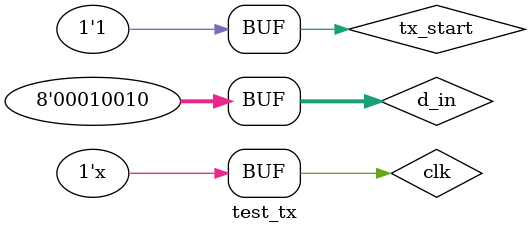
<source format=v>
`timescale 1ns / 1ps


module test_tx;

	// Inputs
	reg clk;
	reg [7:0] d_in;
	reg tx_start;

	// Outputs
	wire tx_done;
	wire tx;

	// Instantiate the Unit Under Test (UUT)
	Tx uut (
		.clk(clk), 
		.d_in(d_in), 
		.tx_start(tx_start), 
		.tx_done(tx_done), 
		.tx(tx)
	);

	always #10
	clk = ~clk;
	
	initial begin
		// Initialize Inputs
		clk = 0;
		d_in = 11110000;
		tx_start = 1;

		// Wait 100 ns for global reset to finish
		#200;
        
		// Add stimulus here
		d_in = 01010101;
		tx_start = 1;

		#200;
        
		// Add stimulus here
		d_in = 10101010;
		tx_start = 1;

		// Wait 100 ns for global reset to finish
		#200;
      

	end
      
endmodule


</source>
